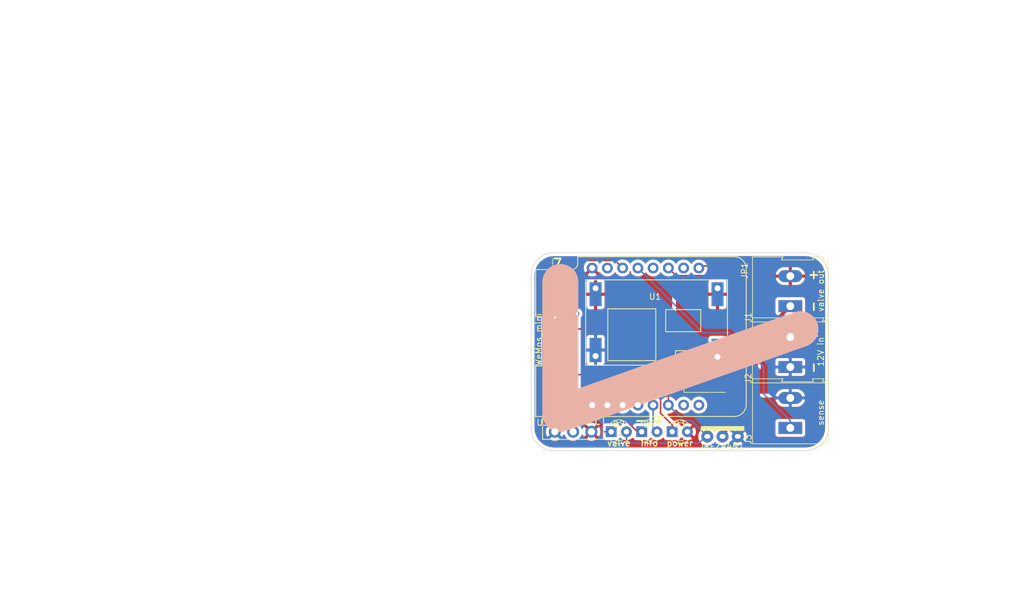
<source format=kicad_pcb>
(kicad_pcb (version 20171130) (host pcbnew 5.1.1)
  (layers (0 F.Cu signal) (31 B.Cu signal) (34 B.Paste user) (35 F.Paste user) (36 B.SilkS user) (37 F.SilkS user) (38 B.Mask user) (39 F.Mask user) (44 Edge.Cuts user))
  (net 0 "")
  (net 1 "Net-(D1-Pad2)")
  (net 2 +12V)
  (net 3 "Net-(D2-Pad2)")
  (net 4 "Net-(D2-Pad1)")
  (net 5 +3V3)
  (net 6 "Net-(D3-Pad1)")
  (net 7 "Net-(D4-Pad1)")
  (net 8 "Net-(D4-Pad2)")
  (net 9 GND)
  (net 10 "Net-(J3-Pad1)")
  (net 11 "Net-(JP1-Pad1)")
  (net 12 "Net-(JP1-Pad2)")
  (net 13 "Net-(R6-Pad2)")
  (net 14 "Net-(U2-Pad1)")
  (net 15 "Net-(U2-Pad15)")
  (net 16 "Net-(U2-Pad3)")
  (net 17 "Net-(U2-Pad12)")
  (net 18 "Net-(U2-Pad10)")
  (net 19 "Net-(U2-Pad7)")
  (net 20 "Net-(U2-Pad8)")
  (net 21 "Net-(U2-Pad4)")
  (module "" (layer F.Cu) (at 29.845 -2.54)
    (fp_text reference "" (at 170.18 99.695) (layer F.SilkS) (effects (font (size 1.27 1.27))))
    (fp_text value "" (at 170.18 99.695) (layer F.SilkS) (effects (font (size 1.27 1.27))))
    (fp_text user sense (at 136.525 68.58 90) (layer F.SilkS))
    (fp_text user "valve out" (at 136.525 48.26 90) (layer F.SilkS))
    (fp_text user "12V in" (at 136.525 58.42 90) (layer F.SilkS))
  )
  (module LEDs:LED_D3.0mm (layer F.Cu) (at 136.525 69.215)
    (fp_text reference D4 (at 1.27 -1.27) (layer F.SilkS))
    (fp_text value info)
    (fp_arc (start 1.27 0) (end -0.29 -1.235516) (angle 108.8) (layer F.SilkS) (width 0.12))
    (fp_arc (start 1.27 0) (end -0.29 1.235516) (angle -108.8) (layer F.SilkS) (width 0.12))
    (fp_arc (start 1.27 0) (end 0.229039 -1.08) (angle 87.9) (layer F.SilkS) (width 0.12))
    (fp_arc (start 1.27 0) (end 0.229039 1.08) (angle -87.9) (layer F.SilkS) (width 0.12))
    (fp_line (start -0.29 -1.236) (end -0.29 -1.08) (layer F.SilkS) (width 0.12))
    (fp_line (start -0.29 1.08) (end -0.29 1.236) (layer F.SilkS) (width 0.12))
    (pad 1 thru_hole rect (at 0 0) (size 1.8 1.8) (drill 0.9) (layers *.Cu *.Mask) (net 7 "Net-(D4-Pad1)"))
    (pad 2 thru_hole circle (at 2.54 0) (size 1.8 1.8) (drill 0.9) (layers *.Cu *.Mask) (net 8 "Net-(D4-Pad2)"))
  )
  (module custom:temperature_sensor (layer F.Cu) (at 125.095 71.755)
    (fp_text reference U3 (at -5.08 -4.064) (layer F.SilkS))
    (fp_text value DS18B20)
    (fp_text user GND (at -2.921 -4.318) (layer F.SilkS))
    (fp_text user D (at 0 -4.318) (layer F.SilkS))
    (fp_text user VCC (at 3.175 -4.191) (layer F.SilkS))
    (fp_line (start -5.08 -5.08) (end 5.08 -5.08) (layer F.SilkS) (width 0.15))
    (fp_line (start 5.08 -5.08) (end 5.08 -1.27) (layer F.SilkS) (width 0.15))
    (fp_line (start 5.08 -1.27) (end -5.08 -1.27) (layer F.SilkS) (width 0.15))
    (fp_line (start -5.08 -1.27) (end -5.08 -5.08) (layer F.SilkS) (width 0.15))
    (pad 1 thru_hole circle (at -3.048 -2.54) (size 2 2) (drill 1.2) (layers *.Cu *.Mask) (net 9 GND))
    (pad 2 thru_hole circle (at 0 -2.54) (size 2 2) (drill 1.2) (layers *.Cu *.Mask) (net 13 "Net-(R6-Pad2)"))
    (pad 3 thru_hole circle (at 3.048 -2.54) (size 2 2) (drill 1.2) (layers *.Cu *.Mask) (net 5 +3V3))
  )
  (module LEDs:LED_D3.0mm (layer F.Cu) (at 131.445 69.215)
    (fp_text reference D2 (at 1.27 -1.27) (layer F.SilkS))
    (fp_text value valve)
    (fp_line (start -0.29 1.08) (end -0.29 1.236) (layer F.SilkS) (width 0.12))
    (fp_line (start -0.29 -1.236) (end -0.29 -1.08) (layer F.SilkS) (width 0.12))
    (fp_arc (start 1.27 0) (end 0.229039 1.08) (angle -87.9) (layer F.SilkS) (width 0.12))
    (fp_arc (start 1.27 0) (end 0.229039 -1.08) (angle 87.9) (layer F.SilkS) (width 0.12))
    (fp_arc (start 1.27 0) (end -0.29 1.235516) (angle -108.8) (layer F.SilkS) (width 0.12))
    (fp_arc (start 1.27 0) (end -0.29 -1.235516) (angle 108.8) (layer F.SilkS) (width 0.12))
    (pad 2 thru_hole circle (at 2.54 0) (size 1.8 1.8) (drill 0.9) (layers *.Cu *.Mask) (net 3 "Net-(D2-Pad2)"))
    (pad 1 thru_hole rect (at 0 0) (size 1.8 1.8) (drill 0.9) (layers *.Cu *.Mask) (net 4 "Net-(D2-Pad1)"))
  )
  (module LEDs:LED_D3.0mm (layer F.Cu) (at 141.605 69.215)
    (fp_text reference D3 (at 1.27 -1.27) (layer F.SilkS))
    (fp_text value LED)
    (fp_line (start -0.29 1.08) (end -0.29 1.236) (layer F.SilkS) (width 0.12))
    (fp_line (start -0.29 -1.236) (end -0.29 -1.08) (layer F.SilkS) (width 0.12))
    (fp_arc (start 1.27 0) (end 0.229039 1.08) (angle -87.9) (layer F.SilkS) (width 0.12))
    (fp_arc (start 1.27 0) (end 0.229039 -1.08) (angle 87.9) (layer F.SilkS) (width 0.12))
    (fp_arc (start 1.27 0) (end -0.29 1.235516) (angle -108.8) (layer F.SilkS) (width 0.12))
    (fp_arc (start 1.27 0) (end -0.29 -1.235516) (angle 108.8) (layer F.SilkS) (width 0.12))
    (pad 2 thru_hole circle (at 2.54 0) (size 1.8 1.8) (drill 0.9) (layers *.Cu *.Mask) (net 5 +3V3))
    (pad 1 thru_hole rect (at 0 0) (size 1.8 1.8) (drill 0.9) (layers *.Cu *.Mask) (net 6 "Net-(D3-Pad1)"))
  )
  (module Connectors_Terminal_Blocks:TerminalBlock_Altech_AK300-2_P5.00mm (layer F.Cu) (at 161.29 48.26 90)
    (fp_text reference J1 (at -1.92 -6.99 90) (layer F.SilkS))
    (fp_text value "valve out")
    (fp_line (start 8.2 -6.3) (end -2.65 -6.3) (layer F.SilkS) (width 0.12))
    (fp_line (start 8.2 -1.2) (end 8.2 -6.3) (layer F.SilkS) (width 0.12))
    (fp_line (start 7.7 -1.5) (end 8.2 -1.2) (layer F.SilkS) (width 0.12))
    (fp_line (start 7.7 3.9) (end 7.7 -1.5) (layer F.SilkS) (width 0.12))
    (fp_line (start 8.2 3.65) (end 7.7 3.9) (layer F.SilkS) (width 0.12))
    (fp_line (start 8.2 3.7) (end 8.2 3.65) (layer F.SilkS) (width 0.12))
    (fp_line (start 8.2 5.6) (end 8.2 3.7) (layer F.SilkS) (width 0.12))
    (fp_line (start 7.7 5.35) (end 8.2 5.6) (layer F.SilkS) (width 0.12))
    (fp_line (start 7.7 6.3) (end 7.7 5.35) (layer F.SilkS) (width 0.12))
    (fp_line (start -2.65 6.3) (end 7.7 6.3) (layer F.SilkS) (width 0.12))
    (fp_line (start -2.65 -6.3) (end -2.65 6.3) (layer F.SilkS) (width 0.12))
    (pad 2 thru_hole oval (at 5 0 90) (size 1.98 3.96) (drill 1.32) (layers *.Cu *.Mask) (net 2 +12V))
    (pad 1 thru_hole rect (at 0 0 90) (size 1.98 3.96) (drill 1.32) (layers *.Cu *.Mask) (net 1 "Net-(D1-Pad2)"))
  )
  (module Connectors_Terminal_Blocks:TerminalBlock_Altech_AK300-2_P5.00mm (layer F.Cu) (at 161.29 58.42 90)
    (fp_text reference J2 (at -1.92 -6.99 90) (layer F.SilkS))
    (fp_text value "12V in")
    (fp_line (start -2.65 -6.3) (end -2.65 6.3) (layer F.SilkS) (width 0.12))
    (fp_line (start -2.65 6.3) (end 7.7 6.3) (layer F.SilkS) (width 0.12))
    (fp_line (start 7.7 6.3) (end 7.7 5.35) (layer F.SilkS) (width 0.12))
    (fp_line (start 7.7 5.35) (end 8.2 5.6) (layer F.SilkS) (width 0.12))
    (fp_line (start 8.2 5.6) (end 8.2 3.7) (layer F.SilkS) (width 0.12))
    (fp_line (start 8.2 3.7) (end 8.2 3.65) (layer F.SilkS) (width 0.12))
    (fp_line (start 8.2 3.65) (end 7.7 3.9) (layer F.SilkS) (width 0.12))
    (fp_line (start 7.7 3.9) (end 7.7 -1.5) (layer F.SilkS) (width 0.12))
    (fp_line (start 7.7 -1.5) (end 8.2 -1.2) (layer F.SilkS) (width 0.12))
    (fp_line (start 8.2 -1.2) (end 8.2 -6.3) (layer F.SilkS) (width 0.12))
    (fp_line (start 8.2 -6.3) (end -2.65 -6.3) (layer F.SilkS) (width 0.12))
    (pad 1 thru_hole rect (at 0 0 90) (size 1.98 3.96) (drill 1.32) (layers *.Cu *.Mask) (net 9 GND))
    (pad 2 thru_hole oval (at 5 0 90) (size 1.98 3.96) (drill 1.32) (layers *.Cu *.Mask) (net 2 +12V))
  )
  (module Connectors_Terminal_Blocks:TerminalBlock_Altech_AK300-2_P5.00mm (layer F.Cu) (at 161.29 68.58 90)
    (fp_text reference J3 (at -1.92 -6.99 90) (layer F.SilkS))
    (fp_text value sense)
    (fp_line (start 8.2 -6.3) (end -2.65 -6.3) (layer F.SilkS) (width 0.12))
    (fp_line (start 8.2 -1.2) (end 8.2 -6.3) (layer F.SilkS) (width 0.12))
    (fp_line (start 7.7 -1.5) (end 8.2 -1.2) (layer F.SilkS) (width 0.12))
    (fp_line (start 7.7 3.9) (end 7.7 -1.5) (layer F.SilkS) (width 0.12))
    (fp_line (start 8.2 3.65) (end 7.7 3.9) (layer F.SilkS) (width 0.12))
    (fp_line (start 8.2 3.7) (end 8.2 3.65) (layer F.SilkS) (width 0.12))
    (fp_line (start 8.2 5.6) (end 8.2 3.7) (layer F.SilkS) (width 0.12))
    (fp_line (start 7.7 5.35) (end 8.2 5.6) (layer F.SilkS) (width 0.12))
    (fp_line (start 7.7 6.3) (end 7.7 5.35) (layer F.SilkS) (width 0.12))
    (fp_line (start -2.65 6.3) (end 7.7 6.3) (layer F.SilkS) (width 0.12))
    (fp_line (start -2.65 -6.3) (end -2.65 6.3) (layer F.SilkS) (width 0.12))
    (pad 2 thru_hole oval (at 5 0 90) (size 1.98 3.96) (drill 1.32) (layers *.Cu *.Mask) (net 9 GND))
    (pad 1 thru_hole rect (at 0 0 90) (size 1.98 3.96) (drill 1.32) (layers *.Cu *.Mask) (net 10 "Net-(J3-Pad1)"))
  )
  (module custom:jumper (layer F.Cu) (at 151.13 42.3672 90)
    (fp_text reference JP1 (at 0 2.54 90) (layer F.SilkS))
    (fp_text value deepsleep)
    (pad 1 smd trapezoid (at -0.8128 0 90) (size 1.524 1.524) (rect_delta -1 0) (layers F.Cu F.Paste F.Mask) (net 11 "Net-(JP1-Pad1)"))
    (pad 2 smd trapezoid (at 0.8128 0 90) (size 1.524 1.524) (rect_delta 1 0) (layers F.Cu F.Paste F.Mask) (net 12 "Net-(JP1-Pad2)"))
  )
  (module Resistors_SMD:R_0603_HandSoldering (layer F.Cu) (at 123.19 44.45)
    (fp_text reference R1 (at 0 1.27) (layer F.SilkS))
    (fp_text value 20K)
    (fp_line (start 0.5 0.68) (end -0.5 0.68) (layer F.SilkS) (width 0.12))
    (fp_line (start -0.5 -0.68) (end 0.5 -0.68) (layer F.SilkS) (width 0.12))
    (pad 1 smd rect (at -1.1 0) (size 1.2 0.9) (layers F.Cu F.Paste F.Mask) (net 9 GND))
    (pad 2 smd rect (at 1.1 0) (size 1.2 0.9) (layers F.Cu F.Paste F.Mask) (net 3 "Net-(D2-Pad2)"))
  )
  (module Resistors_SMD:R_0603_HandSoldering (layer F.Cu) (at 123.19 48.26)
    (fp_text reference R2 (at 0 1.27) (layer F.SilkS))
    (fp_text value 1K)
    (fp_line (start -0.5 -0.68) (end 0.5 -0.68) (layer F.SilkS) (width 0.12))
    (fp_line (start 0.5 0.68) (end -0.5 0.68) (layer F.SilkS) (width 0.12))
    (pad 2 smd rect (at 1.1 0) (size 1.2 0.9) (layers F.Cu F.Paste F.Mask) (net 4 "Net-(D2-Pad1)"))
    (pad 1 smd rect (at -1.1 0) (size 1.2 0.9) (layers F.Cu F.Paste F.Mask) (net 9 GND))
  )
  (module Resistors_SMD:R_0603_HandSoldering (layer F.Cu) (at 123.19 52.07 180)
    (fp_text reference R3 (at 0 -1.27 180) (layer F.SilkS))
    (fp_text value 1K)
    (fp_line (start 0.5 0.68) (end -0.5 0.68) (layer F.SilkS) (width 0.12))
    (fp_line (start -0.5 -0.68) (end 0.5 -0.68) (layer F.SilkS) (width 0.12))
    (pad 1 smd rect (at -1.1 0 180) (size 1.2 0.9) (layers F.Cu F.Paste F.Mask) (net 6 "Net-(D3-Pad1)"))
    (pad 2 smd rect (at 1.1 0 180) (size 1.2 0.9) (layers F.Cu F.Paste F.Mask) (net 9 GND))
  )
  (module Resistors_SMD:R_0603_HandSoldering (layer F.Cu) (at 123.19 55.88)
    (fp_text reference R4 (at 0 1.27) (layer F.SilkS))
    (fp_text value 240)
    (fp_line (start -0.5 -0.68) (end 0.5 -0.68) (layer F.SilkS) (width 0.12))
    (fp_line (start 0.5 0.68) (end -0.5 0.68) (layer F.SilkS) (width 0.12))
    (pad 2 smd rect (at 1.1 0) (size 1.2 0.9) (layers F.Cu F.Paste F.Mask) (net 7 "Net-(D4-Pad1)"))
    (pad 1 smd rect (at -1.1 0) (size 1.2 0.9) (layers F.Cu F.Paste F.Mask) (net 9 GND))
  )
  (module Resistors_SMD:R_0603_HandSoldering (layer F.Cu) (at 123.19 59.69 180)
    (fp_text reference R5 (at 0 -1.45 180) (layer F.SilkS))
    (fp_text value 330)
    (fp_line (start 0.5 0.68) (end -0.5 0.68) (layer F.SilkS) (width 0.12))
    (fp_line (start -0.5 -0.68) (end 0.5 -0.68) (layer F.SilkS) (width 0.12))
    (pad 1 smd rect (at -1.1 0 180) (size 1.2 0.9) (layers F.Cu F.Paste F.Mask) (net 10 "Net-(J3-Pad1)"))
    (pad 2 smd rect (at 1.1 0 180) (size 1.2 0.9) (layers F.Cu F.Paste F.Mask) (net 5 +3V3))
  )
  (module Resistors_SMD:R_0603_HandSoldering (layer F.Cu) (at 123.19 63.5 180)
    (fp_text reference R6 (at 0 -1.27 180) (layer F.SilkS))
    (fp_text value 4K7)
    (fp_line (start -0.5 -0.68) (end 0.5 -0.68) (layer F.SilkS) (width 0.12))
    (fp_line (start 0.5 0.68) (end -0.5 0.68) (layer F.SilkS) (width 0.12))
    (pad 2 smd rect (at 1.1 0 180) (size 1.2 0.9) (layers F.Cu F.Paste F.Mask) (net 13 "Net-(R6-Pad2)"))
    (pad 1 smd rect (at -1.1 0 180) (size 1.2 0.9) (layers F.Cu F.Paste F.Mask) (net 5 +3V3))
  )
  (module custom:stepdown (layer F.Cu) (at 139 51 180)
    (fp_text reference U1 (at 0.254 4.318 180) (layer F.SilkS))
    (fp_text value stepdown)
    (fp_line (start -1.524 -1.524) (end -1.524 2.159) (layer F.SilkS) (width 0.15))
    (fp_line (start -7.366 -1.524) (end -1.524 -1.524) (layer F.SilkS) (width 0.15))
    (fp_line (start -7.366 2.159) (end -7.366 -1.524) (layer F.SilkS) (width 0.15))
    (fp_line (start -1.524 2.159) (end -7.366 2.159) (layer F.SilkS) (width 0.15))
    (fp_line (start -8.509 -4.699) (end -8.509 -6.604) (layer F.SilkS) (width 0.15))
    (fp_line (start -3.175 -4.699) (end -8.509 -4.699) (layer F.SilkS) (width 0.15))
    (fp_line (start -3.175 -6.604) (end -3.175 -4.699) (layer F.SilkS) (width 0.15))
    (fp_line (start -8.509 -6.604) (end -3.175 -6.604) (layer F.SilkS) (width 0.15))
    (fp_line (start 0.127 2.286) (end 8.128 2.286) (layer F.SilkS) (width 0.15))
    (fp_line (start 0.127 -6.35) (end 0.127 2.286) (layer F.SilkS) (width 0.15))
    (fp_line (start 8.128 -6.35) (end 0.127 -6.35) (layer F.SilkS) (width 0.15))
    (fp_line (start 8.128 2.286) (end 8.128 -6.35) (layer F.SilkS) (width 0.15))
    (fp_line (start -11.811 7.112) (end -11.811 -7.112) (layer F.SilkS) (width 0.15))
    (fp_line (start 11.811 7.112) (end -11.811 7.112) (layer F.SilkS) (width 0.15))
    (fp_line (start 11.811 -7.112) (end 11.811 7.112) (layer F.SilkS) (width 0.15))
    (fp_line (start -11.811 -7.112) (end 11.811 -7.112) (layer F.SilkS) (width 0.15))
    (pad 4 thru_hole rect (at 10.16 5.715 180) (size 2 4) (drill 1 (offset 0 -1)) (layers *.Cu *.Mask) (net 5 +3V3))
    (pad 2 thru_hole rect (at 10.16 -5.588 180) (size 2 4) (drill 1 (offset 0 1)) (layers *.Cu *.Mask) (net 9 GND))
    (pad 3 thru_hole rect (at -10.16 5.715 180) (size 2 4) (drill 1 (offset 0 -1)) (layers *.Cu *.Mask) (net 2 +12V))
    (pad 1 thru_hole rect (at -10.16 -5.715 180) (size 2 4) (drill 1 (offset 0 1)) (layers *.Cu *.Mask) (net 9 GND))
  )
  (module custom:wemos (layer F.Cu) (at 137.16 53.34)
    (fp_text reference U2 (at -16.51 0.635 90) (layer F.SilkS))
    (fp_text value WeMos_mini (at -17.78 0.508 90) (layer F.SilkS))
    (fp_line (start -18.3 13.33) (end 14.78 13.33) (layer F.SilkS) (width 0.15))
    (fp_line (start 16.78 11.33) (end 16.78 -11.33) (layer F.SilkS) (width 0.15))
    (fp_line (start 14.78 -13.33) (end -11.3 -13.33) (layer F.SilkS) (width 0.15))
    (fp_line (start -18.3 -11.18) (end -18.3 -3.32) (layer F.SilkS) (width 0.15))
    (fp_line (start -18.3 -3.32) (end -17.3 -3.32) (layer F.SilkS) (width 0.15))
    (fp_line (start -17.3 -3.32) (end -17.3 4.9) (layer F.SilkS) (width 0.15))
    (fp_line (start -17.3 4.9) (end -18.3 4.9) (layer F.SilkS) (width 0.15))
    (fp_line (start -18.3 4.9) (end -18.3 13.329999) (layer F.SilkS) (width 0.15))
    (fp_arc (start 14.78 -11.33) (end 14.78 -13.33) (angle 90) (layer F.SilkS) (width 0.15))
    (fp_arc (start 14.78 11.33) (end 16.78 11.33) (angle 90) (layer F.SilkS) (width 0.15))
    (fp_line (start -18.3 -11.18) (end -12.3 -11.18) (layer F.SilkS) (width 0.15))
    (fp_arc (start -12.3 -12.18) (end -11.3 -12.18) (angle 90) (layer F.SilkS) (width 0.15))
    (fp_line (start -11.3 -12.17) (end -11.3 -13.33) (layer F.SilkS) (width 0.15))
    (fp_line (start -11.3 -13.33) (end -11.3 -13.33) (layer F.SilkS) (width 0.15))
    (pad 16 thru_hole circle (at -8.89 -11.43) (size 1.8 1.8) (drill 1.016) (layers *.Cu *.Mask) (net 5 +3V3))
    (pad 1 thru_hole circle (at -8.89 11.43) (size 1.8 1.8) (drill 1.016) (layers *.Cu *.Mask) (net 14 "Net-(U2-Pad1)"))
    (pad 15 thru_hole circle (at -6.35 -11.43) (size 1.8 1.8) (drill 1.016) (layers *.Cu *.Mask) (net 15 "Net-(U2-Pad15)"))
    (pad 2 thru_hole circle (at -6.35 11.43) (size 1.8 1.8) (drill 1.016) (layers *.Cu *.Mask) (net 9 GND))
    (pad 14 thru_hole circle (at -3.81 -11.43) (size 1.8 1.8) (drill 1.016) (layers *.Cu *.Mask) (net 13 "Net-(R6-Pad2)"))
    (pad 3 thru_hole circle (at -3.81 11.43) (size 1.8 1.8) (drill 1.016) (layers *.Cu *.Mask) (net 16 "Net-(U2-Pad3)"))
    (pad 13 thru_hole circle (at -1.27 -11.43) (size 1.8 1.8) (drill 1.016) (layers *.Cu *.Mask) (net 10 "Net-(J3-Pad1)"))
    (pad 4 thru_hole circle (at -1.27 11.43) (size 1.8 1.8) (drill 1.016) (layers *.Cu *.Mask) (net 21 "Net-(U2-Pad4)"))
    (pad 12 thru_hole circle (at 1.27 -11.43) (size 1.8 1.8) (drill 1.016) (layers *.Cu *.Mask) (net 17 "Net-(U2-Pad12)"))
    (pad 5 thru_hole circle (at 1.27 11.43) (size 1.8 1.8) (drill 1.016) (layers *.Cu *.Mask) (net 8 "Net-(D4-Pad2)"))
    (pad 11 thru_hole circle (at 3.81 -11.43) (size 1.8 1.8) (drill 1.016) (layers *.Cu *.Mask) (net 11 "Net-(JP1-Pad1)"))
    (pad 6 thru_hole circle (at 3.81 11.43) (size 1.8 1.8) (drill 1.016) (layers *.Cu *.Mask) (net 3 "Net-(D2-Pad2)"))
    (pad 10 thru_hole circle (at 6.35 -11.43) (size 1.8 1.8) (drill 1.016) (layers *.Cu *.Mask) (net 18 "Net-(U2-Pad10)"))
    (pad 7 thru_hole circle (at 6.35 11.43) (size 1.8 1.8) (drill 1.016) (layers *.Cu *.Mask) (net 19 "Net-(U2-Pad7)"))
    (pad 9 thru_hole circle (at 8.89 -11.43) (size 1.8 1.8) (drill 1.016) (layers *.Cu *.Mask) (net 12 "Net-(JP1-Pad2)"))
    (pad 8 thru_hole circle (at 8.89 11.43) (size 1.8 1.8) (drill 1.016) (layers *.Cu *.Mask) (net 20 "Net-(U2-Pad8)"))
  )
  (module Diodes_SMD:D_SMA_Handsoldering (layer F.Cu) (at 148 61)
    (fp_text reference D1 (at 0 -2.5) (layer F.SilkS))
    (fp_text value " ")
    (fp_line (start -4.4 -1.65) (end 2.5 -1.65) (layer F.SilkS) (width 0.12))
    (fp_line (start -4.4 1.65) (end 2.5 1.65) (layer F.SilkS) (width 0.12))
    (fp_line (start -4.4 -1.65) (end -4.4 1.65) (layer F.SilkS) (width 0.12))
    (pad 2 smd rect (at 2.5 0) (size 3.5 1.8) (layers F.Cu F.Paste F.Mask) (net 1 "Net-(D1-Pad2)"))
    (pad 1 smd rect (at -2.5 0) (size 3.5 1.8) (layers F.Cu F.Paste F.Mask) (net 2 +12V))
  )
  (module custom:irlz44n_vertical (layer F.Cu) (at 150 70 270)
    (fp_text reference IRFZ44N1 (at 1.651 0 180) (layer F.SilkS))
    (fp_text value " ")
    (fp_poly (pts (xy -1.651 -3.556) (xy -1.651 3.556) (xy -1.016 3.556) (xy -1.016 -3.556)) (layer F.SilkS) (width 0.15))
    (pad 2 thru_hole circle (at 0 2.54 270) (size 2 2) (drill oval 0.762 1) (layers *.Cu *.Mask) (net 3 "Net-(D2-Pad2)"))
    (pad 3 thru_hole circle (at 0 0 270) (size 2 2) (drill oval 0.762 1) (layers *.Cu *.Mask) (net 1 "Net-(D1-Pad2)"))
    (pad 1 thru_hole circle (at 0 -2.54 270) (size 2 2) (drill oval 0.762 1) (layers *.Cu *.Mask) (net 9 GND))
  )
  (gr_text version (at 121.666 41.0845 90) (layer F.SilkS) (effects (font (size 0.3 0.3) (thickness 0.05))))
  (gr_text "- +\n" (at 137.795 67.31) (layer F.SilkS) (effects (font (size 1.5 1.5) (thickness 0.3))))
  (gr_text power (at 142.875 71.12) (layer F.SilkS) (effects (font (size 1 1) (thickness 0.2))))
  (gr_text info (at 137.795 71.12) (layer F.SilkS) (effects (font (size 1 1) (thickness 0.2))))
  (gr_text valve (at 132.715 71.12) (layer F.SilkS) (effects (font (size 1 1) (thickness 0.2))))
  (gr_text 7 (at 144.78 55.245 90) (layer B.SilkS) (effects (font (size 40 33) (thickness 6)) (justify mirror)))
  (gr_text 7 (at 122.4915 41.148) (layer F.SilkS) (effects (font (size 1.5 1.5) (thickness 0.3))))
  (gr_text "-   +" (at 165.1 45.72 90) (layer F.SilkS) (effects (font (size 1.5 1.5) (thickness 0.3))))
  (gr_text "-   +" (at 165.1 55.88 90) (layer F.SilkS) (effects (font (size 1.5 1.5) (thickness 0.3))))
  (gr_line (start 163.83 72.39) (end 121.92 72.39) (layer Edge.Cuts) (width 0.1))
  (gr_line (start 121.92 39.37) (end 163.83 39.37) (layer Edge.Cuts) (width 0.1))
  (gr_line (start 118.11 43.18) (end 118.11 68.58) (layer Edge.Cuts) (width 0.1))
  (gr_line (start 167.64 43.18) (end 167.64 68.58) (layer Edge.Cuts) (width 0.1))
  (gr_arc (start 121.92 68.58) (end 118.11 68.58) (angle -90) (layer Edge.Cuts) (width 0.1))
  (gr_arc (start 163.83 68.58) (end 163.83 72.39) (angle -90) (layer Edge.Cuts) (width 0.1))
  (gr_arc (start 163.83 43.18) (end 167.64 43.18) (angle -90) (layer Edge.Cuts) (width 0.1))
  (gr_arc (start 121.92 43.18) (end 121.92 39.37) (angle -90) (layer Edge.Cuts) (width 0.1))
  (segment (start 155.575 58.42) (end 152.995 61) (width 0.6) (layer F.Cu) (net 1))
  (segment (start 161.29 48.26) (end 155.575 53.975) (width 0.6) (layer F.Cu) (net 1))
  (segment (start 152.995 61) (end 150.5 61) (width 0.6) (layer F.Cu) (net 1))
  (segment (start 155.575 53.975) (end 155.575 58.42) (width 0.6) (layer F.Cu) (net 1))
  (segment (start 150.5 69.5) (end 150 70) (width 0.6) (layer F.Cu) (net 1))
  (segment (start 150.5 61) (end 150.5 69.5) (width 0.6) (layer F.Cu) (net 1))
  (segment (start 140.97 64.77) (end 143.51 67.31) (width 0.25) (layer B.Cu) (net 3))
  (segment (start 144.78 67.31) (end 147.32 69.85) (width 0.25) (layer B.Cu) (net 3))
  (segment (start 143.51 67.31) (end 144.78 67.31) (width 0.25) (layer B.Cu) (net 3))
  (segment (start 133.985 69.215) (end 133.985 70.485) (width 0.25) (layer B.Cu) (net 3))
  (segment (start 133.985 70.485) (end 134.62 71.12) (width 0.25) (layer B.Cu) (net 3))
  (segment (start 134.62 71.12) (end 146.05 71.12) (width 0.25) (layer B.Cu) (net 3))
  (segment (start 146.05 71.12) (end 147.32 69.85) (width 0.25) (layer B.Cu) (net 3))
  (segment (start 140.97 62.370002) (end 140.97 64.77) (width 0.25) (layer F.Cu) (net 3))
  (segment (start 124.29 44.45) (end 124.29 45.690002) (width 0.25) (layer F.Cu) (net 3))
  (segment (start 124.29 45.690002) (end 140.97 62.370002) (width 0.25) (layer F.Cu) (net 3))
  (segment (start 130.295 69.215) (end 125.73 64.65) (width 0.25) (layer B.Cu) (net 4))
  (segment (start 131.445 69.215) (end 130.295 69.215) (width 0.25) (layer B.Cu) (net 4))
  (via (at 125.73 49.53) (size 0.8) (drill 0.4) (layers F.Cu B.Cu) (net 4))
  (segment (start 125.73 64.65) (end 125.73 49.7) (width 0.25) (layer B.Cu) (net 4))
  (segment (start 125.56 49.53) (end 124.29 48.26) (width 0.25) (layer F.Cu) (net 4))
  (segment (start 125.73 49.53) (end 125.56 49.53) (width 0.25) (layer F.Cu) (net 4))
  (segment (start 124.46 63.67) (end 124.29 63.5) (width 0.25) (layer F.Cu) (net 5))
  (segment (start 134.62 42.543) (end 134.62 43.18) (width 0.25) (layer F.Cu) (net 5))
  (segment (start 141.605 68.065) (end 141.605 69.215) (width 0.25) (layer F.Cu) (net 6))
  (segment (start 139.655001 66.115001) (end 141.605 68.065) (width 0.25) (layer F.Cu) (net 6))
  (segment (start 139.7 62.23) (end 139.655001 66.115001) (width 0.25) (layer F.Cu) (net 6))
  (segment (start 124.29 52.07) (end 129.54 52.07) (width 0.25) (layer F.Cu) (net 6))
  (segment (start 129.54 52.07) (end 139.7 62.23) (width 0.25) (layer F.Cu) (net 6))
  (segment (start 124.46 61.595) (end 123.19 60.325) (width 0.25) (layer F.Cu) (net 7))
  (segment (start 124.29 56.58) (end 124.29 55.88) (width 0.25) (layer F.Cu) (net 7))
  (segment (start 125.095 61.595) (end 124.46 61.595) (width 0.25) (layer F.Cu) (net 7))
  (segment (start 123.19 57.68) (end 124.29 56.58) (width 0.25) (layer F.Cu) (net 7))
  (segment (start 136.525 69.215) (end 135.798002 69.215) (width 0.25) (layer F.Cu) (net 7))
  (segment (start 126.365 65.405) (end 126.365 62.865) (width 0.25) (layer F.Cu) (net 7))
  (segment (start 135.798002 69.215) (end 133.258002 66.675) (width 0.25) (layer F.Cu) (net 7))
  (segment (start 123.19 60.325) (end 123.19 57.68) (width 0.25) (layer F.Cu) (net 7))
  (segment (start 133.258002 66.675) (end 127.635 66.675) (width 0.25) (layer F.Cu) (net 7))
  (segment (start 126.365 62.865) (end 125.095 61.595) (width 0.25) (layer F.Cu) (net 7))
  (segment (start 127.635 66.675) (end 126.365 65.405) (width 0.25) (layer F.Cu) (net 7))
  (segment (start 138.43 68.58) (end 139.065 69.215) (width 0.25) (layer B.Cu) (net 8))
  (segment (start 138.43 64.77) (end 138.43 68.58) (width 0.25) (layer B.Cu) (net 8))
  (segment (start 122.09 44.45) (end 122.09 50.165) (width 0.25) (layer F.Cu) (net 9))
  (segment (start 122.09 50.165) (end 122.09 55.88) (width 0.25) (layer F.Cu) (net 9))
  (via (at 122.09 50.165) (size 0.8) (drill 0.4) (layers F.Cu B.Cu) (net 9))
  (segment (start 130.81 59.69) (end 135.89 64.77) (width 0.25) (layer F.Cu) (net 10))
  (segment (start 124.29 59.69) (end 130.81 59.69) (width 0.25) (layer F.Cu) (net 10))
  (segment (start 156.845 62.895) (end 161.29 67.34) (width 0.25) (layer B.Cu) (net 10))
  (segment (start 156.845 58.42) (end 156.845 62.895) (width 0.25) (layer B.Cu) (net 10))
  (segment (start 161.29 67.34) (end 161.29 68.58) (width 0.25) (layer B.Cu) (net 10))
  (segment (start 135.89 41.91) (end 146.685 52.705) (width 0.25) (layer B.Cu) (net 10))
  (segment (start 151.13 52.705) (end 156.845 58.42) (width 0.25) (layer B.Cu) (net 10))
  (segment (start 146.685 52.705) (end 151.13 52.705) (width 0.25) (layer B.Cu) (net 10))
  (segment (start 142.24 43.18) (end 140.97 41.91) (width 0.25) (layer F.Cu) (net 11))
  (segment (start 151.13 43.18) (end 142.24 43.18) (width 0.25) (layer F.Cu) (net 11))
  (segment (start 146.4056 41.5544) (end 146.05 41.91) (width 0.25) (layer F.Cu) (net 12))
  (segment (start 151.13 41.5544) (end 146.4056 41.5544) (width 0.25) (layer F.Cu) (net 12))
  (segment (start 125.095 67.800787) (end 125.095 69.215) (width 0.25) (layer F.Cu) (net 13))
  (segment (start 125.095 66.355) (end 125.095 67.800787) (width 0.25) (layer F.Cu) (net 13))
  (segment (start 122.24 63.5) (end 125.095 66.355) (width 0.25) (layer F.Cu) (net 13))
  (segment (start 122.09 63.5) (end 122.24 63.5) (width 0.25) (layer F.Cu) (net 13))
  (segment (start 120.015 42.545) (end 121.92 40.64) (width 0.25) (layer F.Cu) (net 13))
  (segment (start 120.015 61.575) (end 120.015 42.545) (width 0.25) (layer F.Cu) (net 13))
  (segment (start 132.08 40.64) (end 133.35 41.91) (width 0.25) (layer F.Cu) (net 13))
  (segment (start 122.09 63.5) (end 121.94 63.5) (width 0.25) (layer F.Cu) (net 13))
  (segment (start 121.94 63.5) (end 120.015 61.575) (width 0.25) (layer F.Cu) (net 13))
  (segment (start 121.92 40.64) (end 132.08 40.64) (width 0.25) (layer F.Cu) (net 13))
  (zone (net 9) (net_name GND) (layer B.Cu) (connect_pads (clearance 0.508)) (min_thickness 0.254) (fill yes (arc_segments 16) (thermal_gap 0.508) (thermal_bridge_width 0.508) (smoothing fillet) (radius 4))
    (polygon (pts (xy 118.11 39.37) (xy 167.64 39.37) (xy 167.64 72.39) (xy 118.11 72.39)))
  )
  (zone (net 2) (net_name +12V) (layer F.Cu) (connect_pads (clearance 0.508)) (min_thickness 0.254) (fill yes (arc_segments 16) (thermal_gap 0.508) (thermal_bridge_width 0.508) (smoothing fillet) (radius 4))
    (polygon (pts (xy 167.64 62.865) (xy 167.64 39.37) (xy 142.24 39.37) (xy 142.24 62.865)))
  )
  (zone (net 5) (net_name +3V3) (layer F.Cu) (connect_pads (clearance 0.508)) (min_thickness 0.254) (fill yes (arc_segments 16) (thermal_gap 0.508) (thermal_bridge_width 0.508) (smoothing fillet) (radius 4))
    (polygon (pts (xy 141.605 39.37) (xy 141.605 63.5) (xy 167.005 63.5) (xy 167.64 63.5) (xy 167.64 72.39) (xy 118.11 72.39) (xy 118.11 39.37)))
  )
)
</source>
